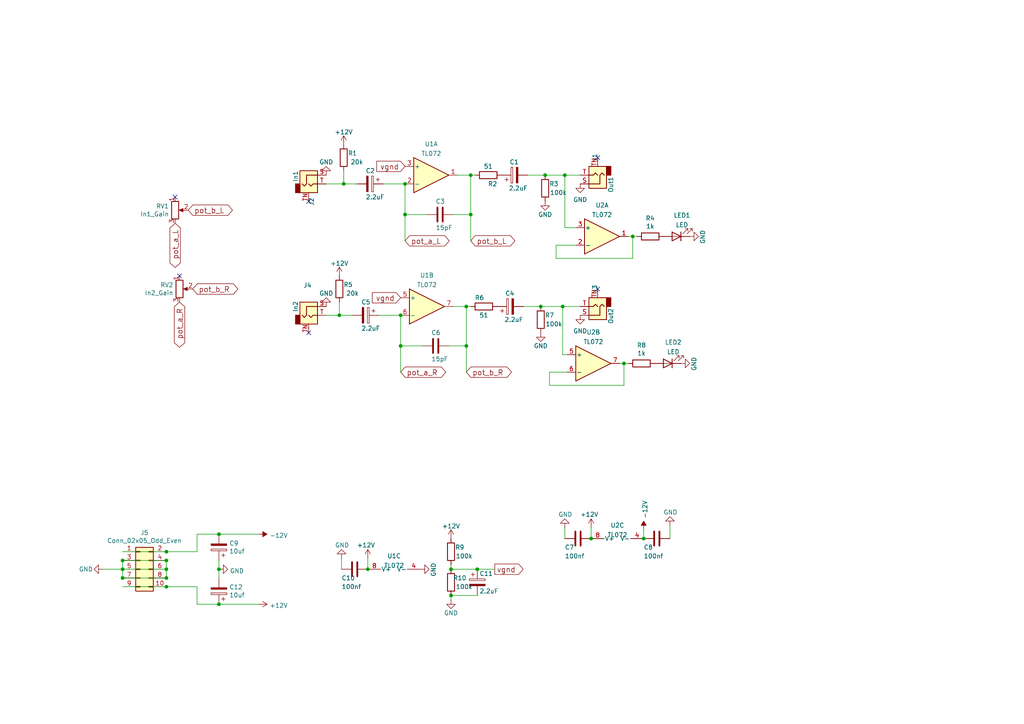
<source format=kicad_sch>
(kicad_sch (version 20211123) (generator eeschema)
  (paper "A4")
  (title_block (title "Pre") (date "2022-01-11") (rev "1.0") (company "Sound.Codes"))
  (lib_symbols
    (symbol "Amplifier_Operational:TL072" (pin_names (offset 0.127))
      (property "Reference" "U" (at 0 5.08 0))
      (property "Value" "TL072" (at 0 -5.08 0))
      (symbol "TL072_1_1"
        (polyline (pts (xy -5.08 5.08) (xy 5.08 0) (xy -5.08 -5.08) (xy -5.08 5.08)) (stroke (width 0.254)) (fill (type background)))
        (pin output line (at 7.62 0 180) (length 2.54) (name "~") (number "1"))
        (pin input line (at -7.62 -2.54 0) (length 2.54) (name "-") (number "2"))
        (pin input line (at -7.62 2.54 0) (length 2.54) (name "+") (number "3"))
      )
      (symbol "TL072_2_1"
        (polyline (pts (xy -5.08 5.08) (xy 5.08 0) (xy -5.08 -5.08) (xy -5.08 5.08)) (stroke (width 0.254)) (fill (type background)))
        (pin input line (at -7.62 2.54 0) (length 2.54) (name "+") (number "5"))
        (pin input line (at -7.62 -2.54 0) (length 2.54) (name "-") (number "6"))
        (pin output line (at 7.62 0 180) (length 2.54) (name "~") (number "7"))
      )
      (symbol "TL072_3_1"
        (pin power_in line (at -2.54 -7.62 90) (length 3.81) (name "V-") (number "4"))
        (pin power_in line (at -2.54 7.62 270) (length 3.81) (name "V+") (number "8"))
      )
    )
    (symbol "Connector:AudioJack2_Ground"
      (property "Reference" "J" (at 0 8.89 0))
      (property "Value" "AudioJack2_Ground" (at 0 6.35 0))
      (symbol "AudioJack2_Ground_0_1"
        (rectangle (start -2.54 -2.54) (end -3.81 0) (stroke (width 0.254)) (fill (type outline)))
        (polyline (pts (xy 0 0) (xy 0.635 -0.635) (xy 1.27 0) (xy 2.54 0)) (stroke (width 0.254)))
        (polyline (pts (xy 2.54 2.54) (xy -0.635 2.54) (xy -0.635 0) (xy -1.27 -0.635) (xy -1.905 0)) (stroke (width 0.254)))
        (rectangle (start 2.54 3.81) (end -2.54 -2.54) (stroke (width 0.254)) (fill (type background)))
      )
      (symbol "AudioJack2_Ground_1_1"
        (pin passive line (at 5.08 2.54 180) (length 2.54) (name "~") (number "S"))
        (pin passive line (at 5.08 0 180) (length 2.54) (name "~") (number "T"))
        (pin passive line (at 0 -5.08 90) (length 2.54) (name "~") (number "TN"))
      )
    )
    (symbol "Connector_Generic:Conn_02x05_Odd_Even" (pin_names (offset 1.016) hide)
      (property "Reference" "J" (at 1.27 7.62 0))
      (property "Value" "Conn_02x05_Odd_Even" (at 1.27 -7.62 0))
      (symbol "Conn_02x05_Odd_Even_1_1"
        (rectangle (start -1.27 -4.953) (end 0 -5.207) (stroke (width 0.1524)))
        (rectangle (start -1.27 -2.413) (end 0 -2.667) (stroke (width 0.1524)))
        (rectangle (start -1.27 0.127) (end 0 -0.127) (stroke (width 0.1524)))
        (rectangle (start -1.27 2.667) (end 0 2.413) (stroke (width 0.1524)))
        (rectangle (start -1.27 5.207) (end 0 4.953) (stroke (width 0.1524)))
        (rectangle (start -1.27 6.35) (end 3.81 -6.35) (stroke (width 0.254)) (fill (type background)))
        (rectangle (start 3.81 -4.953) (end 2.54 -5.207) (stroke (width 0.1524)))
        (rectangle (start 3.81 -2.413) (end 2.54 -2.667) (stroke (width 0.1524)))
        (rectangle (start 3.81 0.127) (end 2.54 -0.127) (stroke (width 0.1524)))
        (rectangle (start 3.81 2.667) (end 2.54 2.413) (stroke (width 0.1524)))
        (rectangle (start 3.81 5.207) (end 2.54 4.953) (stroke (width 0.1524)))
        (pin passive line (at -5.08 5.08 0) (length 3.81) (name "Pin_1") (number "1"))
        (pin passive line (at 7.62 -5.08 180) (length 3.81) (name "Pin_10") (number "10"))
        (pin passive line (at 7.62 5.08 180) (length 3.81) (name "Pin_2") (number "2"))
        (pin passive line (at -5.08 2.54 0) (length 3.81) (name "Pin_3") (number "3"))
        (pin passive line (at 7.62 2.54 180) (length 3.81) (name "Pin_4") (number "4"))
        (pin passive line (at -5.08 0 0) (length 3.81) (name "Pin_5") (number "5"))
        (pin passive line (at 7.62 0 180) (length 3.81) (name "Pin_6") (number "6"))
        (pin passive line (at -5.08 -2.54 0) (length 3.81) (name "Pin_7") (number "7"))
        (pin passive line (at 7.62 -2.54 180) (length 3.81) (name "Pin_8") (number "8"))
        (pin passive line (at -5.08 -5.08 0) (length 3.81) (name "Pin_9") (number "9"))
      )
    )
    (symbol "Device:C" (pin_numbers hide) (pin_names (offset 0.254))
      (property "Reference" "C" (at 0.635 2.54 0))
      (property "Value" "C" (at 0.635 -2.54 0))
      (symbol "C_0_1"
        (polyline (pts (xy -2.032 -0.762) (xy 2.032 -0.762)) (stroke (width 0.508)))
        (polyline (pts (xy -2.032 0.762) (xy 2.032 0.762)) (stroke (width 0.508)))
      )
      (symbol "C_1_1"
        (pin passive line (at 0 3.81 270) (length 2.794) (name "~") (number "1"))
        (pin passive line (at 0 -3.81 90) (length 2.794) (name "~") (number "2"))
      )
    )
    (symbol "Device:C_Polarized" (pin_numbers hide) (pin_names (offset 0.254))
      (property "Reference" "C" (at 0.635 2.54 0))
      (property "Value" "C_Polarized" (at 0.635 -2.54 0))
      (symbol "C_Polarized_0_1"
        (rectangle (start -2.286 0.508) (end 2.286 1.016))
        (polyline (pts (xy -1.778 2.286) (xy -0.762 2.286)))
        (polyline (pts (xy -1.27 2.794) (xy -1.27 1.778)))
        (rectangle (start 2.286 -0.508) (end -2.286 -1.016) (fill (type outline)))
      )
      (symbol "C_Polarized_1_1"
        (pin passive line (at 0 3.81 270) (length 2.794) (name "~") (number "1"))
        (pin passive line (at 0 -3.81 90) (length 2.794) (name "~") (number "2"))
      )
    )
    (symbol "Device:LED" (pin_numbers hide) (pin_names (offset 1.016) hide)
      (property "Reference" "D" (at 0 2.54 0))
      (property "Value" "LED" (at 0 -2.54 0))
      (symbol "LED_0_1"
        (polyline (pts (xy -1.27 -1.27) (xy -1.27 1.27)) (stroke (width 0.254)))
        (polyline (pts (xy -1.27 0) (xy 1.27 0)))
        (polyline (pts (xy 1.27 -1.27) (xy 1.27 1.27) (xy -1.27 0) (xy 1.27 -1.27)) (stroke (width 0.254)))
        (polyline (pts (xy -3.048 -0.762) (xy -4.572 -2.286) (xy -3.81 -2.286) (xy -4.572 -2.286) (xy -4.572 -1.524)))
        (polyline (pts (xy -1.778 -0.762) (xy -3.302 -2.286) (xy -2.54 -2.286) (xy -3.302 -2.286) (xy -3.302 -1.524)))
      )
      (symbol "LED_1_1"
        (pin passive line (at -3.81 0 0) (length 2.54) (name "K") (number "1"))
        (pin passive line (at 3.81 0 180) (length 2.54) (name "A") (number "2"))
      )
    )
    (symbol "Device:R" (pin_numbers hide) (pin_names (offset 0))
      (property "Reference" "R" (at 2.032 0 90))
      (property "Value" "R" (at 0 0 90))
      (symbol "R_0_1"
        (rectangle (start -1.016 -2.54) (end 1.016 2.54) (stroke (width 0.254)))
      )
      (symbol "R_1_1"
        (pin passive line (at 0 3.81 270) (length 1.27) (name "~") (number "1"))
        (pin passive line (at 0 -3.81 90) (length 1.27) (name "~") (number "2"))
      )
    )
    (symbol "Device:R_Potentiometer" (pin_names (offset 1.016) hide)
      (property "Reference" "RV" (at -4.445 0 90))
      (property "Value" "R_Potentiometer" (at -2.54 0 90))
      (symbol "R_Potentiometer_0_1"
        (polyline (pts (xy 2.54 0) (xy 1.524 0)))
        (polyline (pts (xy 1.143 0) (xy 2.286 0.508) (xy 2.286 -0.508) (xy 1.143 0)) (fill (type outline)))
        (rectangle (start 1.016 2.54) (end -1.016 -2.54) (stroke (width 0.254)))
      )
      (symbol "R_Potentiometer_1_1"
        (pin passive line (at 0 3.81 270) (length 1.27) (name "1") (number "1"))
        (pin passive line (at 3.81 0 180) (length 1.27) (name "2") (number "2"))
        (pin passive line (at 0 -3.81 90) (length 1.27) (name "3") (number "3"))
      )
    )
    (symbol "power:+12V" (power) (pin_names (offset 0))
      (property "Value" "+12V" (at 0 3.556 0))
      (symbol "+12V_0_1"
        (polyline (pts (xy -0.762 1.27) (xy 0 2.54)))
        (polyline (pts (xy 0 0) (xy 0 2.54)))
        (polyline (pts (xy 0 2.54) (xy 0.762 1.27)))
      )
      (symbol "+12V_1_1"
        (pin power_in line (at 0 0 90) (length 0) hide (name "+12V") (number "1"))
      )
    )
    (symbol "power:-12V" (power) (pin_names (offset 0))
      (property "Value" "-12V" (at 0 3.81 0))
      (symbol "-12V_0_0"
        (pin power_in line (at 0 0 90) (length 0) hide (name "-12V") (number "1"))
      )
      (symbol "-12V_0_1"
        (polyline (pts (xy 0 0) (xy 0 1.27) (xy 0.762 1.27) (xy 0 2.54) (xy -0.762 1.27) (xy 0 1.27)) (fill (type outline)))
      )
    )
    (symbol "power:GND" (power) (pin_names (offset 0))
      (property "Value" "GND" (at 0 -3.81 0))
      (symbol "GND_0_1"
        (polyline (pts (xy 0 0) (xy 0 -1.27) (xy 1.27 -1.27) (xy 0 -2.54) (xy -1.27 -1.27) (xy 0 -1.27)))
      )
      (symbol "GND_1_1"
        (pin power_in line (at 0 0 270) (length 0) hide (name "GND") (number "1"))
      )
    )
  )
  (junction (at 63.5 165.1))
  (junction (at 48.26 167.64))
  (junction (at 186.69 156.21))
  (junction (at 135.255 88.9))
  (junction (at 163.83 50.8))
  (junction (at 98.425 91.44))
  (junction (at 138.43 165.1))
  (junction (at 130.81 165.1))
  (junction (at 130.81 172.72))
  (junction (at 35.56 162.56))
  (junction (at 183.515 68.58))
  (junction (at 35.56 167.64))
  (junction (at 135.255 100.33))
  (junction (at 117.475 62.23))
  (junction (at 48.26 170.18))
  (junction (at 35.56 165.1))
  (junction (at 116.205 91.44))
  (junction (at 63.5 154.94))
  (junction (at 63.5 175.26))
  (junction (at 117.475 53.34))
  (junction (at 163.195 88.9))
  (junction (at 116.205 100.33))
  (junction (at 48.26 160.02))
  (junction (at 48.26 162.56))
  (junction (at 99.695 53.34))
  (junction (at 180.975 105.41))
  (junction (at 136.525 50.8))
  (junction (at 158.115 50.8))
  (junction (at 136.525 62.23))
  (junction (at 156.845 88.9))
  (junction (at 171.45 156.21))
  (junction (at 106.68 165.1))
  (junction (at 48.26 165.1))
  (no_connect (at 89.535 58.42))
  (no_connect (at 89.535 96.52))
  (no_connect (at 173.355 83.82))
  (no_connect (at 173.355 45.72))
  (no_connect (at 52.07 80.01))
  (no_connect (at 50.8 57.15))
  (wire (pts (xy 163.195 102.87) (xy 164.465 102.87)))
  (wire (pts (xy 136.525 62.23) (xy 136.525 69.85)))
  (wire (pts (xy 130.175 100.33) (xy 135.255 100.33)))
  (wire (pts (xy 116.205 91.44) (xy 116.205 100.33)))
  (wire (pts (xy 106.68 161.925) (xy 106.68 165.1)))
  (wire (pts (xy 99.695 53.34) (xy 103.505 53.34)))
  (wire (pts (xy 151.765 88.9) (xy 156.845 88.9)))
  (wire (pts (xy 194.31 152.4) (xy 194.31 156.21)))
  (wire (pts (xy 63.5 175.26) (xy 74.93 175.26)))
  (wire (pts (xy 35.56 160.02) (xy 48.26 160.02)))
  (wire (pts (xy 57.15 175.26) (xy 63.5 175.26)))
  (wire (pts (xy 161.29 71.12) (xy 167.005 71.12)))
  (wire (pts (xy 161.29 74.93) (xy 161.29 71.12)))
  (wire (pts (xy 171.45 153.035) (xy 171.45 156.21)))
  (wire (pts (xy 131.445 62.23) (xy 136.525 62.23)))
  (wire (pts (xy 138.43 172.72) (xy 130.81 172.72)))
  (wire (pts (xy 35.56 170.18) (xy 48.26 170.18)))
  (wire (pts (xy 183.515 74.93) (xy 183.515 68.58)))
  (wire (pts (xy 130.81 165.1) (xy 138.43 165.1)))
  (wire (pts (xy 159.385 107.95) (xy 164.465 107.95)))
  (wire (pts (xy 136.525 50.8) (xy 136.525 62.23)))
  (wire (pts (xy 35.56 162.56) (xy 35.56 165.1)))
  (wire (pts (xy 131.445 88.9) (xy 135.255 88.9)))
  (wire (pts (xy 184.785 68.58) (xy 183.515 68.58)))
  (wire (pts (xy 117.475 53.34) (xy 117.475 62.23)))
  (wire (pts (xy 132.715 50.8) (xy 136.525 50.8)))
  (wire (pts (xy 186.69 153.67) (xy 186.69 156.21)))
  (wire (pts (xy 180.975 105.41) (xy 179.705 105.41)))
  (wire (pts (xy 117.475 62.23) (xy 117.475 69.85)))
  (wire (pts (xy 138.43 165.1) (xy 143.51 165.1)))
  (wire (pts (xy 163.83 50.8) (xy 168.275 50.8)))
  (wire (pts (xy 63.5 154.94) (xy 74.93 154.94)))
  (wire (pts (xy 163.195 88.9) (xy 168.275 88.9)))
  (wire (pts (xy 57.15 160.02) (xy 57.15 154.94)))
  (wire (pts (xy 116.205 100.33) (xy 122.555 100.33)))
  (wire (pts (xy 35.56 165.1) (xy 48.26 165.1)))
  (wire (pts (xy 29.845 165.1) (xy 35.56 165.1)))
  (wire (pts (xy 135.255 107.95) (xy 135.255 100.33)))
  (wire (pts (xy 116.205 100.33) (xy 116.205 107.95)))
  (wire (pts (xy 159.385 111.76) (xy 180.975 111.76)))
  (wire (pts (xy 158.115 50.8) (xy 163.83 50.8)))
  (wire (pts (xy 153.035 50.8) (xy 158.115 50.8)))
  (wire (pts (xy 163.83 66.04) (xy 167.005 66.04)))
  (wire (pts (xy 48.26 160.02) (xy 57.15 160.02)))
  (wire (pts (xy 48.26 165.1) (xy 48.26 167.64)))
  (wire (pts (xy 182.245 105.41) (xy 180.975 105.41)))
  (wire (pts (xy 163.83 153.035) (xy 163.83 156.21)))
  (wire (pts (xy 130.81 172.72) (xy 130.81 173.99)))
  (wire (pts (xy 117.475 62.23) (xy 123.825 62.23)))
  (wire (pts (xy 63.5 165.1) (xy 63.5 167.64)))
  (wire (pts (xy 116.205 91.44) (xy 109.855 91.44)))
  (wire (pts (xy 57.15 154.94) (xy 63.5 154.94)))
  (wire (pts (xy 135.255 100.33) (xy 135.255 88.9)))
  (wire (pts (xy 35.56 162.56) (xy 48.26 162.56)))
  (wire (pts (xy 117.475 53.34) (xy 111.125 53.34)))
  (wire (pts (xy 98.425 87.63) (xy 98.425 91.44)))
  (wire (pts (xy 98.425 91.44) (xy 102.235 91.44)))
  (wire (pts (xy 183.515 68.58) (xy 182.245 68.58)))
  (wire (pts (xy 163.195 88.9) (xy 163.195 102.87)))
  (wire (pts (xy 161.29 74.93) (xy 183.515 74.93)))
  (wire (pts (xy 137.795 50.8) (xy 136.525 50.8)))
  (wire (pts (xy 99.06 161.925) (xy 99.06 165.1)))
  (wire (pts (xy 156.845 88.9) (xy 163.195 88.9)))
  (wire (pts (xy 163.83 50.8) (xy 163.83 66.04)))
  (wire (pts (xy 180.975 111.76) (xy 180.975 105.41)))
  (wire (pts (xy 63.5 162.56) (xy 63.5 165.1)))
  (wire (pts (xy 48.26 162.56) (xy 48.26 165.1)))
  (wire (pts (xy 57.15 170.18) (xy 57.15 175.26)))
  (wire (pts (xy 94.615 91.44) (xy 98.425 91.44)))
  (wire (pts (xy 48.26 170.18) (xy 57.15 170.18)))
  (wire (pts (xy 159.385 107.95) (xy 159.385 111.76)))
  (wire (pts (xy 130.81 165.1) (xy 130.81 163.83)))
  (wire (pts (xy 35.56 167.64) (xy 48.26 167.64)))
  (wire (pts (xy 35.56 165.1) (xy 35.56 167.64)))
  (wire (pts (xy 99.695 49.53) (xy 99.695 53.34)))
  (wire (pts (xy 94.615 53.34) (xy 99.695 53.34)))
  (wire (pts (xy 135.255 88.9) (xy 136.525 88.9)))
  (global_label "pot_a_L" (shape bidirectional) (at 50.8 64.77 270) (effects (font (size 1.524 1.524))) (property "Intersheet References" "${INTERSHEET_REFS}" (effects hide)))
  (global_label "pot_b_L" (shape bidirectional) (at 54.61 60.96 0) (effects (font (size 1.524 1.524))) (property "Intersheet References" "${INTERSHEET_REFS}" (effects hide)))
  (global_label "pot_b_R" (shape bidirectional) (at 55.88 83.82 0) (effects (font (size 1.524 1.524))) (property "Intersheet References" "${INTERSHEET_REFS}" (effects hide)))
  (global_label "pot_a_R" (shape bidirectional) (at 116.205 107.95 0) (effects (font (size 1.524 1.524))) (property "Intersheet References" "${INTERSHEET_REFS}" (effects hide)))
  (global_label "vgnd" (shape input) (at 117.475 48.26 180) (effects (font (size 1.524 1.524))) (property "Intersheet References" "${INTERSHEET_REFS}" (effects hide)))
  (global_label "pot_a_R" (shape bidirectional) (at 52.07 87.63 270) (effects (font (size 1.524 1.524))) (property "Intersheet References" "${INTERSHEET_REFS}" (effects hide)))
  (global_label "vgnd" (shape input) (at 116.205 86.36 180) (effects (font (size 1.524 1.524))) (property "Intersheet References" "${INTERSHEET_REFS}" (effects hide)))
  (global_label "pot_a_L" (shape bidirectional) (at 117.475 69.85 0) (effects (font (size 1.524 1.524))) (property "Intersheet References" "${INTERSHEET_REFS}" (effects hide)))
  (global_label "pot_b_L" (shape bidirectional) (at 136.525 69.85 0) (effects (font (size 1.524 1.524))) (property "Intersheet References" "${INTERSHEET_REFS}" (effects hide)))
  (global_label "vgnd" (shape output) (at 143.51 165.1 0) (effects (font (size 1.524 1.524))) (property "Intersheet References" "${INTERSHEET_REFS}" (effects hide)))
  (global_label "pot_b_R" (shape bidirectional) (at 135.255 107.95 0) (effects (font (size 1.524 1.524))) (property "Intersheet References" "${INTERSHEET_REFS}" (effects hide)))
  (symbol (lib_id "Device:C") (at 127.635 62.23 270) (unit 1)
    (property "Reference" "C3" (at 126.365 58.42 90) (effects (justify left)))
    (property "Value" "15pF" (at 126.365 66.04 90) (effects (justify left)))
    (property "Footprint" "Capacitor_SMD:C_0603_1608Metric" (effects hide))
    (property "LCSC" "C1644" (effects hide))
  )
  (symbol (lib_id "Device:C_Polarized") (at 107.315 53.34 270) (unit 1)
    (property "Reference" "C2" (at 106.045 49.53 90) (effects (justify left)))
    (property "Value" "2.2uF" (at 106.045 57.15 90) (effects (justify left)))
    (property "Footprint" "Capacitor_SMD:CP_Elec_4x5.4" (effects hide))
    (property "LCSC" "C134236" (effects hide))
  )
  (symbol (lib_id "Device:C_Polarized") (at 138.43 168.91 0) (unit 1)
    (property "Reference" "C11" (at 139.065 166.37 0) (effects (justify left)))
    (property "Value" "2.2uF" (at 139.065 171.45 0) (effects (justify left)))
    (property "Footprint" "Capacitor_SMD:CP_Elec_4x5.4" (effects hide))
  )
  (symbol (lib_id "power:GND") (at 130.81 173.99 0) (unit 1)
    (property "Reference" "#PWR022" (effects hide))
    (property "Value" "GND" (at 130.81 177.8 0))
  )
  (symbol (lib_id "Device:R") (at 99.695 45.72 0) (unit 1)
    (property "Reference" "R1" (at 102.235 44.45 0))
    (property "Value" "20k" (at 103.505 46.99 0))
    (property "Footprint" "Resistor_SMD:R_0805_2012Metric" (effects hide))
    (property "LCSC" "C4328" (effects hide))
  )
  (symbol (lib_id "power:GND") (at 94.615 50.8 180) (unit 1)
    (property "Reference" "#PWR02" (effects hide))
    (property "Value" "GND" (at 94.615 46.99 0))
  )
  (symbol (lib_id "Device:R") (at 141.605 50.8 90) (unit 1)
    (property "Reference" "R2" (at 142.875 53.34 90))
    (property "Value" "51" (at 141.605 48.26 90))
    (property "Footprint" "Resistor_SMD:R_0805_2012Metric" (effects hide))
    (property "LCSC" "C17738" (effects hide))
  )
  (symbol (lib_id "Device:C_Polarized") (at 149.225 50.8 90) (unit 1)
    (property "Reference" "C1" (at 150.495 46.99 90) (effects (justify left)))
    (property "Value" "2.2uF" (at 153.035 54.61 90) (effects (justify left)))
    (property "Footprint" "Capacitor_SMD:CP_Elec_4x5.4" (effects hide))
  )
  (symbol (lib_id "Device:R") (at 158.115 54.61 0) (unit 1)
    (property "Reference" "R3" (at 160.655 53.34 0))
    (property "Value" "100k" (at 161.925 55.88 0))
    (property "Footprint" "Resistor_SMD:R_0603_1608Metric" (effects hide))
    (property "LCSC" "C25803" (effects hide))
  )
  (symbol (lib_id "power:GND") (at 158.115 58.42 0) (unit 1)
    (property "Reference" "#PWR04" (effects hide))
    (property "Value" "GND" (at 158.115 62.23 0))
  )
  (symbol (lib_id "Device:C") (at 126.365 100.33 270) (unit 1)
    (property "Reference" "C6" (at 125.095 96.52 90) (effects (justify left)))
    (property "Value" "15pF" (at 125.095 104.14 90) (effects (justify left)))
    (property "Footprint" "Capacitor_SMD:C_0603_1608Metric" (effects hide))
  )
  (symbol (lib_id "Device:C_Polarized") (at 106.045 91.44 270) (unit 1)
    (property "Reference" "C5" (at 104.775 87.63 90) (effects (justify left)))
    (property "Value" "2.2uF" (at 104.775 95.25 90) (effects (justify left)))
    (property "Footprint" "Capacitor_SMD:CP_Elec_4x5.4" (effects hide))
  )
  (symbol (lib_id "power:GND") (at 94.615 88.9 180) (unit 1)
    (property "Reference" "#PWR07" (effects hide))
    (property "Value" "GND" (at 94.615 85.09 0))
  )
  (symbol (lib_id "Device:R") (at 140.335 88.9 270) (unit 1)
    (property "Reference" "R6" (at 139.065 86.36 90))
    (property "Value" "51" (at 140.335 91.44 90))
    (property "Footprint" "Resistor_SMD:R_0805_2012Metric" (effects hide))
    (property "LCSC" "C17738" (effects hide))
  )
  (symbol (lib_id "Device:C_Polarized") (at 147.955 88.9 90) (unit 1)
    (property "Reference" "C4" (at 149.225 85.09 90) (effects (justify left)))
    (property "Value" "2.2uF" (at 151.765 92.71 90) (effects (justify left)))
    (property "Footprint" "Capacitor_SMD:CP_Elec_4x5.4" (effects hide))
  )
  (symbol (lib_id "Device:R") (at 156.845 92.71 0) (unit 1)
    (property "Reference" "R7" (at 159.385 91.44 0))
    (property "Value" "100k" (at 160.655 93.98 0))
    (property "Footprint" "Resistor_SMD:R_0603_1608Metric" (effects hide))
    (property "LCSC" "C25803" (effects hide))
  )
  (symbol (lib_id "power:GND") (at 156.845 96.52 0) (unit 1)
    (property "Reference" "#PWR09" (effects hide))
    (property "Value" "GND" (at 156.845 100.33 0))
  )
  (symbol (lib_id "Device:R_Potentiometer") (at 50.8 60.96 0) (unit 1)
    (property "Reference" "RV1" (at 49.022 59.7916 0) (effects (justify right)))
    (property "Value" "In1_Gain" (at 49.022 62.103 0) (effects (justify right)))
    (property "Footprint" "Potentiometer_THT:Potentiometer_Alps_RK09K_Single_Vertical" (effects hide))
  )
  (symbol (lib_id "Device:R_Potentiometer") (at 52.07 83.82 0) (unit 1)
    (property "Reference" "RV2" (at 50.292 82.6516 0) (effects (justify right)))
    (property "Value" "In2_Gain" (at 50.292 84.963 0) (effects (justify right)))
    (property "Footprint" "Potentiometer_THT:Potentiometer_Alps_RK09K_Single_Vertical" (effects hide))
  )
  (symbol (lib_id "Connector:AudioJack2_Ground") (at 173.355 88.9 180) (unit 1)
    (property "Reference" "J3" (at 172.5422 84.963 90) (effects (justify right)))
    (property "Value" "Out2" (at 177.165 93.98 90) (effects (justify right)))
    (property "Footprint" "Connector_Audio:Jack_3.5mm_QingPu_WQP-PJ398SM_Vertical_CircularHoles" (effects hide))
  )
  (symbol (lib_id "Connector:AudioJack2_Ground") (at 173.355 50.8 180) (unit 1)
    (property "Reference" "J1" (at 172.5422 46.863 90) (effects (justify right)))
    (property "Value" "Out1" (at 177.165 55.88 90) (effects (justify right)))
    (property "Footprint" "Connector_Audio:Jack_3.5mm_QingPu_WQP-PJ398SM_Vertical_CircularHoles" (effects hide))
  )
  (symbol (lib_id "Connector:AudioJack2_Ground") (at 89.535 53.34 0) (unit 1)
    (property "Reference" "J2" (at 90.3478 57.277 90) (effects (justify right)))
    (property "Value" "In1" (at 85.725 49.53 90) (effects (justify right)))
    (property "Footprint" "Connector_Audio:Jack_3.5mm_QingPu_WQP-PJ398SM_Vertical_CircularHoles" (effects hide))
  )
  (symbol (lib_id "Connector:AudioJack2_Ground") (at 89.535 91.44 0) (unit 1)
    (property "Reference" "J4" (at 89.1794 82.7532 0))
    (property "Value" "In2" (at 85.725 88.9 90))
    (property "Footprint" "Connector_Audio:Jack_3.5mm_QingPu_WQP-PJ398SM_Vertical_CircularHoles" (effects hide))
  )
  (symbol (lib_id "power:GND") (at 168.275 91.44 0) (unit 1)
    (property "Reference" "#PWR08" (effects hide))
    (property "Value" "GND" (at 168.275 96.0025 0))
  )
  (symbol (lib_id "power:GND") (at 29.845 165.1 270) (unit 1)
    (property "Reference" "#PWR019" (effects hide))
    (property "Value" "GND" (at 22.86 165.1 90) (effects (justify left)))
  )
  (symbol (lib_id "Device:R") (at 188.595 68.58 270) (unit 1)
    (property "Reference" "R4" (at 188.595 63.3222 90))
    (property "Value" "1k" (at 188.595 65.6336 90))
    (property "Footprint" "Resistor_SMD:R_0603_1608Metric" (effects hide))
  )
  (symbol (lib_id "power:+12V") (at 130.81 156.21 0) (unit 1)
    (property "Reference" "#PWR016" (effects hide))
    (property "Value" "+12V" (at 130.81 152.6055 0))
  )
  (symbol (lib_id "Device:C_Polarized") (at 63.5 158.75 180) (unit 1)
    (property "Reference" "C9" (at 66.4972 157.5816 0) (effects (justify right)))
    (property "Value" "10uf" (at 66.4972 159.893 0) (effects (justify right)))
    (property "Footprint" "Capacitor_Tantalum_SMD:CP_EIA-3216-18_Kemet-A" (effects hide))
    (property "Datasheet" "C7171" (effects hide))
  )
  (symbol (lib_id "power:GND") (at 194.31 152.4 180) (unit 1)
    (property "Reference" "#PWR011" (effects hide))
    (property "Value" "GND" (at 192.405 148.59 0) (effects (justify right)))
  )
  (symbol (lib_id "power:-12V") (at 74.93 154.94 270) (unit 1)
    (property "Reference" "#PWR015" (effects hide))
    (property "Value" "-12V" (at 78.1812 155.321 90) (effects (justify left)))
  )
  (symbol (lib_id "Device:R") (at 186.055 105.41 270) (unit 1)
    (property "Reference" "R8" (at 186.055 100.1522 90))
    (property "Value" "1k" (at 186.055 102.4636 90))
    (property "Footprint" "Resistor_SMD:R_0603_1608Metric" (effects hide))
  )
  (symbol (lib_id "Device:C") (at 167.64 156.21 90) (unit 1)
    (property "Reference" "C7" (at 163.83 158.75 90) (effects (justify right)))
    (property "Value" "100nf" (at 163.83 161.29 90) (effects (justify right)))
    (property "Footprint" "Capacitor_SMD:C_0603_1608Metric" (effects hide))
  )
  (symbol (lib_id "Device:R") (at 98.425 83.82 0) (unit 1)
    (property "Reference" "R5" (at 100.965 82.55 0))
    (property "Value" "20k" (at 102.235 85.09 0))
    (property "Footprint" "Resistor_SMD:R_0805_2012Metric" (effects hide))
    (property "LCSC" "C4328" (effects hide))
  )
  (symbol (lib_id "Device:LED") (at 196.215 68.58 180) (unit 1)
    (property "Reference" "LED1" (at 197.8025 62.4545 0))
    (property "Value" "LED" (at 197.8025 65.2296 0))
    (property "Footprint" "LED_THT:LED_D3.0mm" (effects hide))
  )
  (symbol (lib_id "power:+12V") (at 98.425 80.01 0) (unit 1)
    (property "Reference" "#PWR06" (effects hide))
    (property "Value" "+12V" (at 98.425 76.4055 0))
  )
  (symbol (lib_id "power:GND") (at 63.5 165.1 90) (unit 1)
    (property "Reference" "#PWR020" (effects hide))
    (property "Value" "GND" (at 66.675 165.579 90) (effects (justify right)))
  )
  (symbol (lib_id "Device:R") (at 130.81 168.91 0) (unit 1)
    (property "Reference" "R10" (at 133.35 167.64 0))
    (property "Value" "100k" (at 134.62 170.18 0))
    (property "Footprint" "Resistor_SMD:R_0603_1608Metric" (effects hide))
    (property "LCSC" "C25803" (effects hide))
  )
  (symbol (lib_id "Device:C") (at 190.5 156.21 90) (unit 1)
    (property "Reference" "C8" (at 186.69 158.75 90) (effects (justify right)))
    (property "Value" "100nf" (at 186.69 161.29 90) (effects (justify right)))
    (property "Footprint" "Capacitor_SMD:C_0603_1608Metric" (effects hide))
  )
  (symbol (lib_id "Device:C_Polarized") (at 63.5 171.45 180) (unit 1)
    (property "Reference" "C12" (at 66.4972 170.2816 0) (effects (justify right)))
    (property "Value" "10uf" (at 66.4972 172.593 0) (effects (justify right)))
    (property "Footprint" "Capacitor_Tantalum_SMD:CP_EIA-3216-18_Kemet-A" (effects hide))
    (property "Datasheet" "C7171" (effects hide))
  )
  (symbol (lib_id "Amplifier_Operational:TL072") (at 125.095 50.8 0) (unit 1)
    (property "Reference" "U1" (at 125.095 41.7535 0))
    (property "Value" "TL072" (at 125.095 44.5286 0))
    (property "Footprint" "Package_SO:SOIC-8_3.9x4.9mm_P1.27mm" (effects hide))
    (property "Datasheet" "http://www.ti.com/lit/ds/symlink/tl071.pdf" (effects hide))
  )
  (symbol (lib_id "power:GND") (at 200.025 68.58 90) (unit 1)
    (property "Reference" "#PWR05" (effects hide))
    (property "Value" "GND" (at 203.835 66.675 0) (effects (justify right)))
  )
  (symbol (lib_id "Connector_Generic:Conn_02x05_Odd_Even") (at 40.64 165.1 0) (unit 1)
    (property "Reference" "J5" (at 41.91 154.5082 0))
    (property "Value" "Conn_02x05_Odd_Even" (at 41.91 156.8196 0))
    (property "Footprint" "Connector_PinHeader_2.54mm:PinHeader_2x05_P2.54mm_Vertical" (effects hide))
  )
  (symbol (lib_id "power:+12V") (at 106.68 161.925 0) (unit 1)
    (property "Reference" "#PWR018" (effects hide))
    (property "Value" "+12V" (at 103.505 158.115 0) (effects (justify left)))
  )
  (symbol (lib_id "power:+12V") (at 99.695 41.91 0) (unit 1)
    (property "Reference" "#PWR01" (effects hide))
    (property "Value" "+12V" (at 99.695 38.3055 0))
  )
  (symbol (lib_id "power:GND") (at 163.83 153.035 180) (unit 1)
    (property "Reference" "#PWR012" (effects hide))
    (property "Value" "GND" (at 161.925 149.225 0) (effects (justify right)))
  )
  (symbol (lib_id "power:GND") (at 99.06 161.925 180) (unit 1)
    (property "Reference" "#PWR017" (effects hide))
    (property "Value" "GND" (at 97.155 158.115 0) (effects (justify right)))
  )
  (symbol (lib_id "power:GND") (at 197.485 105.41 90) (unit 1)
    (property "Reference" "#PWR010" (effects hide))
    (property "Value" "GND" (at 201.295 103.505 0) (effects (justify right)))
  )
  (symbol (lib_id "power:GND") (at 168.275 53.34 0) (unit 1)
    (property "Reference" "#PWR03" (effects hide))
    (property "Value" "GND" (at 168.275 57.9025 0))
  )
  (symbol (lib_id "Device:C") (at 102.87 165.1 90) (unit 1)
    (property "Reference" "C10" (at 99.06 167.64 90) (effects (justify right)))
    (property "Value" "100nf" (at 99.06 170.18 90) (effects (justify right)))
    (property "Footprint" "Capacitor_SMD:C_0603_1608Metric" (effects hide))
  )
  (symbol (lib_id "Device:R") (at 130.81 160.02 0) (unit 1)
    (property "Reference" "R9" (at 133.35 158.75 0))
    (property "Value" "100k" (at 134.62 161.29 0))
    (property "Footprint" "Resistor_SMD:R_0603_1608Metric" (effects hide))
    (property "LCSC" "C25803" (effects hide))
  )
  (symbol (lib_id "Amplifier_Operational:TL072") (at 174.625 68.58 0) (unit 1)
    (property "Reference" "U2" (at 174.625 59.5335 0))
    (property "Value" "TL072" (at 174.625 62.3086 0))
    (property "Footprint" "Package_SO:SOIC-8_3.9x4.9mm_P1.27mm" (effects hide))
    (property "Datasheet" "http://www.ti.com/lit/ds/symlink/tl071.pdf" (effects hide))
  )
  (symbol (lib_id "Device:LED") (at 193.675 105.41 180) (unit 1)
    (property "Reference" "LED2" (at 195.2625 99.2845 0))
    (property "Value" "LED" (at 195.2625 102.0596 0))
    (property "Footprint" "LED_THT:LED_D3.0mm" (effects hide))
  )
  (symbol (lib_id "Amplifier_Operational:TL072") (at 172.085 105.41 0) (unit 2)
    (property "Reference" "U2" (at 172.085 96.3635 0))
    (property "Value" "TL072" (at 172.085 99.1386 0))
    (property "Footprint" "Package_SO:SOIC-8_3.9x4.9mm_P1.27mm" (effects hide))
    (property "Datasheet" "http://www.ti.com/lit/ds/symlink/tl071.pdf" (effects hide))
  )
  (symbol (lib_id "Amplifier_Operational:TL072") (at 114.3 162.56 90) (unit 3)
    (property "Reference" "U1" (at 114.3 161.2605 90))
    (property "Value" "TL072" (at 114.3 164.0356 90))
    (property "Footprint" "Package_SO:SOIC-8_3.9x4.9mm_P1.27mm" (effects hide))
    (property "Datasheet" "http://www.ti.com/lit/ds/symlink/tl071.pdf" (effects hide))
  )
  (symbol (lib_id "power:+12V") (at 74.93 175.26 270) (unit 1)
    (property "Reference" "#PWR023" (effects hide))
    (property "Value" "+12V" (at 78.1812 175.641 90) (effects (justify left)))
  )
  (symbol (lib_id "power:GND") (at 121.92 165.1 90) (unit 1)
    (property "Reference" "#PWR021" (effects hide))
    (property "Value" "GND" (at 125.73 163.195 0) (effects (justify right)))
  )
  (symbol (lib_id "power:-12V") (at 186.69 153.67 0) (unit 1)
    (property "Reference" "#PWR014" (effects hide))
    (property "Value" "-12V" (at 187.071 150.4188 90) (effects (justify left)))
  )
  (symbol (lib_id "Amplifier_Operational:TL072") (at 179.07 153.67 90) (unit 3)
    (property "Reference" "U2" (at 179.07 152.3705 90))
    (property "Value" "TL072" (at 179.07 155.1456 90))
    (property "Footprint" "Package_SO:SOIC-8_3.9x4.9mm_P1.27mm" (effects hide))
    (property "Datasheet" "http://www.ti.com/lit/ds/symlink/tl071.pdf" (effects hide))
  )
  (symbol (lib_id "Amplifier_Operational:TL072") (at 123.825 88.9 0) (unit 2)
    (property "Reference" "U1" (at 123.825 79.8535 0))
    (property "Value" "TL072" (at 123.825 82.6286 0))
    (property "Footprint" "Package_SO:SOIC-8_3.9x4.9mm_P1.27mm" (effects hide))
    (property "Datasheet" "http://www.ti.com/lit/ds/symlink/tl071.pdf" (effects hide))
  )
  (symbol (lib_id "power:+12V") (at 171.45 153.035 0) (unit 1)
    (property "Reference" "#PWR013" (effects hide))
    (property "Value" "+12V" (at 168.275 149.225 0) (effects (justify left)))
  )
)
</source>
